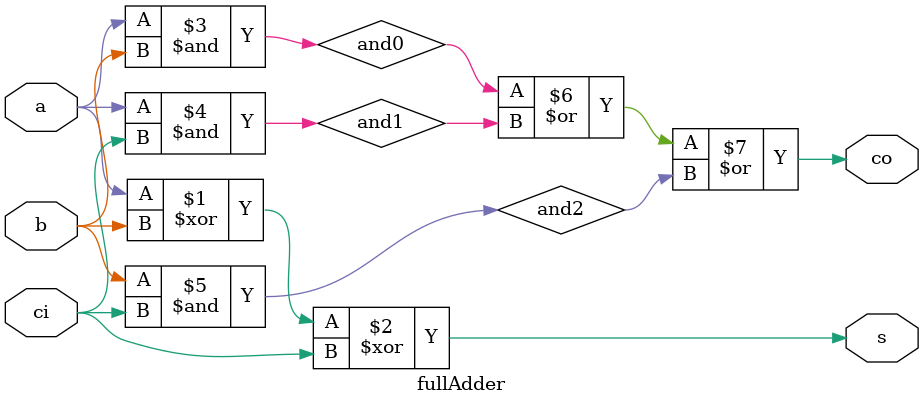
<source format=v>
module fullAdder(s, co, a, b, ci);

	output s, co;
	input a, b, ci;
	wire and0, and1, and2;	

	parameter delay = 50;
	
	xor #delay x0(s, a, b, ci);
	
	and #delay a0(and0, a, b);
	and #delay a1(and1, a, ci);
	and #delay a2(and2, b, ci);

	or #delay o1(co, and0, and1, and2);

endmodule


</source>
